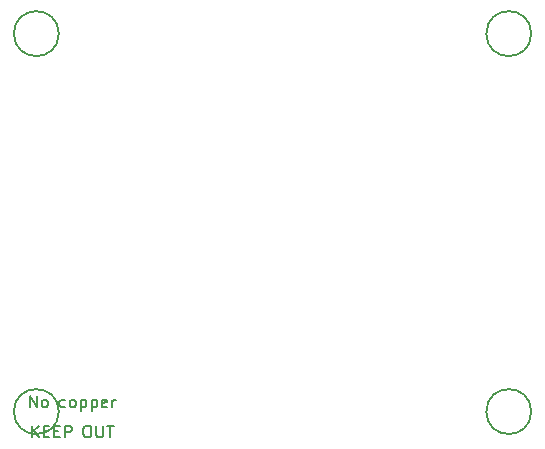
<source format=gbr>
%TF.GenerationSoftware,KiCad,Pcbnew,(7.0.0-0)*%
%TF.CreationDate,2023-07-04T17:21:08+02:00*%
%TF.ProjectId,clim-driver,636c696d-2d64-4726-9976-65722e6b6963,rev?*%
%TF.SameCoordinates,Original*%
%TF.FileFunction,Other,Comment*%
%FSLAX46Y46*%
G04 Gerber Fmt 4.6, Leading zero omitted, Abs format (unit mm)*
G04 Created by KiCad (PCBNEW (7.0.0-0)) date 2023-07-04 17:21:08*
%MOMM*%
%LPD*%
G01*
G04 APERTURE LIST*
%ADD10C,0.150000*%
G04 APERTURE END LIST*
D10*
%TO.C,U1*%
X99624762Y-84187380D02*
X99624762Y-83187380D01*
X100196190Y-84187380D02*
X99767619Y-83615952D01*
X100196190Y-83187380D02*
X99624762Y-83758809D01*
X100624762Y-83663571D02*
X100958095Y-83663571D01*
X101100952Y-84187380D02*
X100624762Y-84187380D01*
X100624762Y-84187380D02*
X100624762Y-83187380D01*
X100624762Y-83187380D02*
X101100952Y-83187380D01*
X101529524Y-83663571D02*
X101862857Y-83663571D01*
X102005714Y-84187380D02*
X101529524Y-84187380D01*
X101529524Y-84187380D02*
X101529524Y-83187380D01*
X101529524Y-83187380D02*
X102005714Y-83187380D01*
X102434286Y-84187380D02*
X102434286Y-83187380D01*
X102434286Y-83187380D02*
X102815238Y-83187380D01*
X102815238Y-83187380D02*
X102910476Y-83235000D01*
X102910476Y-83235000D02*
X102958095Y-83282619D01*
X102958095Y-83282619D02*
X103005714Y-83377857D01*
X103005714Y-83377857D02*
X103005714Y-83520714D01*
X103005714Y-83520714D02*
X102958095Y-83615952D01*
X102958095Y-83615952D02*
X102910476Y-83663571D01*
X102910476Y-83663571D02*
X102815238Y-83711190D01*
X102815238Y-83711190D02*
X102434286Y-83711190D01*
X104224762Y-83187380D02*
X104415238Y-83187380D01*
X104415238Y-83187380D02*
X104510476Y-83235000D01*
X104510476Y-83235000D02*
X104605714Y-83330238D01*
X104605714Y-83330238D02*
X104653333Y-83520714D01*
X104653333Y-83520714D02*
X104653333Y-83854047D01*
X104653333Y-83854047D02*
X104605714Y-84044523D01*
X104605714Y-84044523D02*
X104510476Y-84139761D01*
X104510476Y-84139761D02*
X104415238Y-84187380D01*
X104415238Y-84187380D02*
X104224762Y-84187380D01*
X104224762Y-84187380D02*
X104129524Y-84139761D01*
X104129524Y-84139761D02*
X104034286Y-84044523D01*
X104034286Y-84044523D02*
X103986667Y-83854047D01*
X103986667Y-83854047D02*
X103986667Y-83520714D01*
X103986667Y-83520714D02*
X104034286Y-83330238D01*
X104034286Y-83330238D02*
X104129524Y-83235000D01*
X104129524Y-83235000D02*
X104224762Y-83187380D01*
X105081905Y-83187380D02*
X105081905Y-83996904D01*
X105081905Y-83996904D02*
X105129524Y-84092142D01*
X105129524Y-84092142D02*
X105177143Y-84139761D01*
X105177143Y-84139761D02*
X105272381Y-84187380D01*
X105272381Y-84187380D02*
X105462857Y-84187380D01*
X105462857Y-84187380D02*
X105558095Y-84139761D01*
X105558095Y-84139761D02*
X105605714Y-84092142D01*
X105605714Y-84092142D02*
X105653333Y-83996904D01*
X105653333Y-83996904D02*
X105653333Y-83187380D01*
X105986667Y-83187380D02*
X106558095Y-83187380D01*
X106272381Y-84187380D02*
X106272381Y-83187380D01*
X99458095Y-81647380D02*
X99458095Y-80647380D01*
X99458095Y-80647380D02*
X100029523Y-81647380D01*
X100029523Y-81647380D02*
X100029523Y-80647380D01*
X100648571Y-81647380D02*
X100553333Y-81599761D01*
X100553333Y-81599761D02*
X100505714Y-81552142D01*
X100505714Y-81552142D02*
X100458095Y-81456904D01*
X100458095Y-81456904D02*
X100458095Y-81171190D01*
X100458095Y-81171190D02*
X100505714Y-81075952D01*
X100505714Y-81075952D02*
X100553333Y-81028333D01*
X100553333Y-81028333D02*
X100648571Y-80980714D01*
X100648571Y-80980714D02*
X100791428Y-80980714D01*
X100791428Y-80980714D02*
X100886666Y-81028333D01*
X100886666Y-81028333D02*
X100934285Y-81075952D01*
X100934285Y-81075952D02*
X100981904Y-81171190D01*
X100981904Y-81171190D02*
X100981904Y-81456904D01*
X100981904Y-81456904D02*
X100934285Y-81552142D01*
X100934285Y-81552142D02*
X100886666Y-81599761D01*
X100886666Y-81599761D02*
X100791428Y-81647380D01*
X100791428Y-81647380D02*
X100648571Y-81647380D01*
X102439047Y-81599761D02*
X102343809Y-81647380D01*
X102343809Y-81647380D02*
X102153333Y-81647380D01*
X102153333Y-81647380D02*
X102058095Y-81599761D01*
X102058095Y-81599761D02*
X102010476Y-81552142D01*
X102010476Y-81552142D02*
X101962857Y-81456904D01*
X101962857Y-81456904D02*
X101962857Y-81171190D01*
X101962857Y-81171190D02*
X102010476Y-81075952D01*
X102010476Y-81075952D02*
X102058095Y-81028333D01*
X102058095Y-81028333D02*
X102153333Y-80980714D01*
X102153333Y-80980714D02*
X102343809Y-80980714D01*
X102343809Y-80980714D02*
X102439047Y-81028333D01*
X103010476Y-81647380D02*
X102915238Y-81599761D01*
X102915238Y-81599761D02*
X102867619Y-81552142D01*
X102867619Y-81552142D02*
X102820000Y-81456904D01*
X102820000Y-81456904D02*
X102820000Y-81171190D01*
X102820000Y-81171190D02*
X102867619Y-81075952D01*
X102867619Y-81075952D02*
X102915238Y-81028333D01*
X102915238Y-81028333D02*
X103010476Y-80980714D01*
X103010476Y-80980714D02*
X103153333Y-80980714D01*
X103153333Y-80980714D02*
X103248571Y-81028333D01*
X103248571Y-81028333D02*
X103296190Y-81075952D01*
X103296190Y-81075952D02*
X103343809Y-81171190D01*
X103343809Y-81171190D02*
X103343809Y-81456904D01*
X103343809Y-81456904D02*
X103296190Y-81552142D01*
X103296190Y-81552142D02*
X103248571Y-81599761D01*
X103248571Y-81599761D02*
X103153333Y-81647380D01*
X103153333Y-81647380D02*
X103010476Y-81647380D01*
X103772381Y-80980714D02*
X103772381Y-81980714D01*
X103772381Y-81028333D02*
X103867619Y-80980714D01*
X103867619Y-80980714D02*
X104058095Y-80980714D01*
X104058095Y-80980714D02*
X104153333Y-81028333D01*
X104153333Y-81028333D02*
X104200952Y-81075952D01*
X104200952Y-81075952D02*
X104248571Y-81171190D01*
X104248571Y-81171190D02*
X104248571Y-81456904D01*
X104248571Y-81456904D02*
X104200952Y-81552142D01*
X104200952Y-81552142D02*
X104153333Y-81599761D01*
X104153333Y-81599761D02*
X104058095Y-81647380D01*
X104058095Y-81647380D02*
X103867619Y-81647380D01*
X103867619Y-81647380D02*
X103772381Y-81599761D01*
X104677143Y-80980714D02*
X104677143Y-81980714D01*
X104677143Y-81028333D02*
X104772381Y-80980714D01*
X104772381Y-80980714D02*
X104962857Y-80980714D01*
X104962857Y-80980714D02*
X105058095Y-81028333D01*
X105058095Y-81028333D02*
X105105714Y-81075952D01*
X105105714Y-81075952D02*
X105153333Y-81171190D01*
X105153333Y-81171190D02*
X105153333Y-81456904D01*
X105153333Y-81456904D02*
X105105714Y-81552142D01*
X105105714Y-81552142D02*
X105058095Y-81599761D01*
X105058095Y-81599761D02*
X104962857Y-81647380D01*
X104962857Y-81647380D02*
X104772381Y-81647380D01*
X104772381Y-81647380D02*
X104677143Y-81599761D01*
X105962857Y-81599761D02*
X105867619Y-81647380D01*
X105867619Y-81647380D02*
X105677143Y-81647380D01*
X105677143Y-81647380D02*
X105581905Y-81599761D01*
X105581905Y-81599761D02*
X105534286Y-81504523D01*
X105534286Y-81504523D02*
X105534286Y-81123571D01*
X105534286Y-81123571D02*
X105581905Y-81028333D01*
X105581905Y-81028333D02*
X105677143Y-80980714D01*
X105677143Y-80980714D02*
X105867619Y-80980714D01*
X105867619Y-80980714D02*
X105962857Y-81028333D01*
X105962857Y-81028333D02*
X106010476Y-81123571D01*
X106010476Y-81123571D02*
X106010476Y-81218809D01*
X106010476Y-81218809D02*
X105534286Y-81314047D01*
X106439048Y-81647380D02*
X106439048Y-80980714D01*
X106439048Y-81171190D02*
X106486667Y-81075952D01*
X106486667Y-81075952D02*
X106534286Y-81028333D01*
X106534286Y-81028333D02*
X106629524Y-80980714D01*
X106629524Y-80980714D02*
X106724762Y-80980714D01*
%TO.C,REF\u002A\u002A*%
X101900000Y-82000000D02*
G75*
G03*
X101900000Y-82000000I-1900000J0D01*
G01*
X101900000Y-50000000D02*
G75*
G03*
X101900000Y-50000000I-1900000J0D01*
G01*
X141900000Y-50000000D02*
G75*
G03*
X141900000Y-50000000I-1900000J0D01*
G01*
X141900000Y-82000000D02*
G75*
G03*
X141900000Y-82000000I-1900000J0D01*
G01*
%TD*%
M02*

</source>
